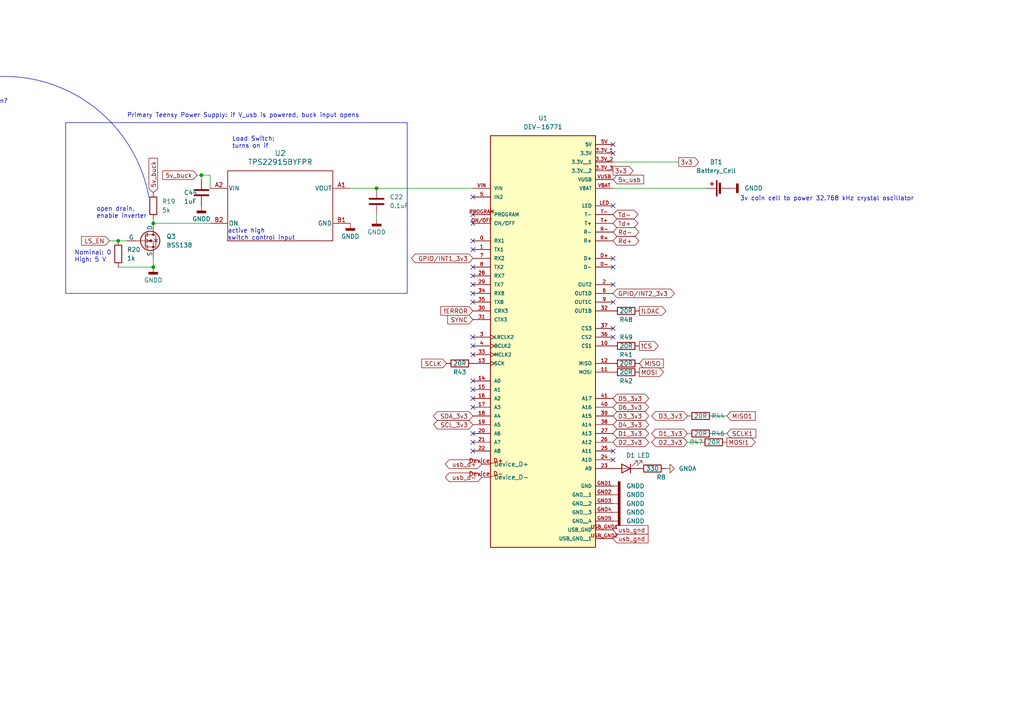
<source format=kicad_sch>
(kicad_sch (version 20230121) (generator eeschema)
  (paper "A4")
  (lib_symbols
    (symbol "21xt_symbols:DEV-16771" (pin_names (offset 1.016))
      (property "Reference" "U1" (at 0 55.88 0))
      (property "Value" "DEV-16771" (at 0 53.34 0))
      (symbol "DEV-16771_0_0"
        (rectangle (start -15.24 50.8) (end 15.24 -68.58) (stroke (width 0.254)) (fill (type background)))
        (pin bidirectional line (at -20.32 20.32 0) (length 5.08) (name "RX1") (number "0"))
        (pin bidirectional line (at -20.32 17.78 0) (length 5.08) (name "TX1") (number "1"))
        (pin bidirectional line (at 20.32 -10.16 180) (length 5.08) (name "CS1") (number "10"))
        (pin bidirectional line (at 20.32 -17.78 180) (length 5.08) (name "MOSI") (number "11"))
        (pin bidirectional line (at 20.32 -15.24 180) (length 5.08) (name "MISO") (number "12"))
        (pin bidirectional clock (at -20.32 -15.24 0) (length 5.08) (name "SCK") (number "13"))
        (pin bidirectional line (at -20.32 -20.32 0) (length 5.08) (name "A0") (number "14"))
        (pin bidirectional line (at -20.32 -22.86 0) (length 5.08) (name "A1") (number "15"))
        (pin bidirectional line (at -20.32 -25.4 0) (length 5.08) (name "A2") (number "16"))
        (pin bidirectional line (at -20.32 -27.94 0) (length 5.08) (name "A3") (number "17"))
        (pin bidirectional line (at -20.32 -30.48 0) (length 5.08) (name "A4") (number "18"))
        (pin bidirectional line (at -20.32 -33.02 0) (length 5.08) (name "A5") (number "19"))
        (pin output line (at 20.32 7.62 180) (length 5.08) (name "OUT2") (number "2"))
        (pin bidirectional line (at -20.32 -35.56 0) (length 5.08) (name "A6") (number "20"))
        (pin bidirectional line (at -20.32 -38.1 0) (length 5.08) (name "A7") (number "21"))
        (pin bidirectional line (at -20.32 -40.64 0) (length 5.08) (name "A8") (number "22"))
        (pin bidirectional line (at 20.32 -45.72 180) (length 5.08) (name "A9") (number "23"))
        (pin bidirectional line (at 20.32 -43.18 180) (length 5.08) (name "A10") (number "24"))
        (pin bidirectional line (at 20.32 -40.64 180) (length 5.08) (name "A11") (number "25"))
        (pin bidirectional line (at 20.32 -38.1 180) (length 5.08) (name "A12") (number "26"))
        (pin bidirectional line (at 20.32 -35.56 180) (length 5.08) (name "A13") (number "27"))
        (pin bidirectional line (at -20.32 10.16 0) (length 5.08) (name "RX7") (number "28"))
        (pin bidirectional line (at -20.32 7.62 0) (length 5.08) (name "TX7") (number "29"))
        (pin bidirectional clock (at -20.32 -7.62 0) (length 5.08) (name "LRCLK2") (number "3"))
        (pin power_in line (at 20.32 45.72 180) (length 5.08) (name "3.3V") (number "3.3V_1"))
        (pin power_in line (at 20.32 43.18 180) (length 5.08) (name "3.3V__1") (number "3.3V_2"))
        (pin power_in line (at 20.32 40.64 180) (length 5.08) (name "3.3V__2") (number "3.3V_3"))
        (pin bidirectional line (at -20.32 0 0) (length 5.08) (name "CRX3") (number "30"))
        (pin bidirectional line (at -20.32 -2.54 0) (length 5.08) (name "CTX3") (number "31"))
        (pin output line (at 20.32 0 180) (length 5.08) (name "OUT1B") (number "32"))
        (pin bidirectional clock (at -20.32 -12.7 0) (length 5.08) (name "MCLK2") (number "33"))
        (pin bidirectional line (at -20.32 5.08 0) (length 5.08) (name "RX8") (number "34"))
        (pin bidirectional line (at -20.32 2.54 0) (length 5.08) (name "TX8") (number "35"))
        (pin bidirectional line (at 20.32 -7.62 180) (length 5.08) (name "CS2") (number "36"))
        (pin bidirectional line (at 20.32 -5.08 180) (length 5.08) (name "CS3") (number "37"))
        (pin bidirectional line (at 20.32 -33.02 180) (length 5.08) (name "A14") (number "38"))
        (pin bidirectional line (at 20.32 -30.48 180) (length 5.08) (name "A15") (number "39"))
        (pin bidirectional clock (at -20.32 -10.16 0) (length 5.08) (name "BCLK2") (number "4"))
        (pin bidirectional line (at 20.32 -27.94 180) (length 5.08) (name "A16") (number "40"))
        (pin bidirectional line (at 20.32 -25.4 180) (length 5.08) (name "A17") (number "41"))
        (pin bidirectional line (at -20.32 33.02 0) (length 5.08) (name "IN2") (number "5"))
        (pin power_in line (at 20.32 48.26 180) (length 5.08) (name "5V") (number "5V"))
        (pin output line (at 20.32 5.08 180) (length 5.08) (name "OUT1D") (number "6"))
        (pin bidirectional line (at -20.32 15.24 0) (length 5.08) (name "RX2") (number "7"))
        (pin bidirectional line (at -20.32 12.7 0) (length 5.08) (name "TX2") (number "8"))
        (pin output line (at 20.32 2.54 180) (length 5.08) (name "OUT1C") (number "9"))
        (pin bidirectional line (at 20.32 15.24 180) (length 5.08) (name "D+") (number "D+"))
        (pin bidirectional line (at 20.32 12.7 180) (length 5.08) (name "D-") (number "D-"))
        (pin power_in line (at 20.32 -50.8 180) (length 5.08) (name "GND") (number "GND1"))
        (pin power_in line (at 20.32 -53.34 180) (length 5.08) (name "GND__1") (number "GND2"))
        (pin power_in line (at 20.32 -55.88 180) (length 5.08) (name "GND__2") (number "GND3"))
        (pin power_in line (at 20.32 -58.42 180) (length 5.08) (name "GND__3") (number "GND4"))
        (pin power_in line (at 20.32 -60.96 180) (length 5.08) (name "GND__4") (number "GND5"))
        (pin bidirectional line (at 20.32 30.48 180) (length 5.08) (name "LED") (number "LED"))
        (pin bidirectional line (at -20.32 25.4 0) (length 5.08) (name "ON/OFF") (number "ON/OFF"))
        (pin bidirectional line (at -20.32 27.94 0) (length 5.08) (name "PROGRAM") (number "PROGRAM"))
        (pin bidirectional line (at 20.32 20.32 180) (length 5.08) (name "R+") (number "R+"))
        (pin bidirectional line (at 20.32 22.86 180) (length 5.08) (name "R-") (number "R-"))
        (pin bidirectional line (at 20.32 25.4 180) (length 5.08) (name "T+") (number "T+"))
        (pin bidirectional line (at 20.32 27.94 180) (length 5.08) (name "T-") (number "T-"))
        (pin power_in line (at 20.32 -63.5 180) (length 5.08) (name "USB_GND") (number "USB_GND1"))
        (pin power_in line (at 20.32 -66.04 180) (length 5.08) (name "USB_GND__1") (number "USB_GND2"))
        (pin passive line (at 20.32 35.56 180) (length 5.08) (name "VBAT") (number "VBAT"))
        (pin input line (at -20.32 35.56 0) (length 5.08) (name "VIN") (number "VIN"))
        (pin passive line (at 20.32 38.1 180) (length 5.08) (name "VUSB") (number "VUSB"))
      )
      (symbol "DEV-16771_1_1"
        (pin input line (at -17.78 -44.45 0) (length 2.54) (name "Device_D+") (number "Device_D+"))
        (pin input line (at -17.78 -48.26 0) (length 2.54) (name "Device_D-") (number "Device_D-"))
      )
    )
    (symbol "21xt_symbols:TPS22915BYFPR" (pin_names (offset 0.254))
      (property "Reference" "U" (at 0 2.54 0))
      (property "Value" "TPS22915BYFPR" (at 0 0 0))
      (symbol "TPS22915BYFPR_1_1"
        (polyline (pts (xy -15.24 -10.16) (xy 15.24 -10.16)) (stroke (width 0.2032)))
        (polyline (pts (xy -15.24 10.16) (xy -15.24 -10.16)) (stroke (width 0.2032)))
        (polyline (pts (xy 15.24 -10.16) (xy 15.24 10.16)) (stroke (width 0.2032)))
        (polyline (pts (xy 15.24 10.16) (xy -15.24 10.16)) (stroke (width 0.2032)))
        (pin power_in line (at 20.32 5.08 180) (length 5.08) (name "VOUT") (number "A1"))
        (pin power_in line (at -20.32 5.08 0) (length 5.08) (name "VIN") (number "A2"))
        (pin power_in line (at 20.32 -5.08 180) (length 5.08) (name "GND") (number "B1"))
        (pin input line (at -20.32 -5.08 0) (length 5.08) (name "ON") (number "B2"))
      )
    )
    (symbol "Device:Battery_Cell" (pin_numbers hide) (pin_names (offset 0) hide)
      (property "Reference" "BT" (at 2.54 2.54 0))
      (property "Value" "Battery_Cell" (at 2.54 0 0))
      (symbol "Battery_Cell_0_1"
        (rectangle (start -2.286 1.778) (end 2.286 1.524) (fill (type outline)))
        (rectangle (start -1.524 1.016) (end 1.524 0.508) (fill (type outline)))
        (polyline (pts (xy 0 0.762) (xy 0 0)))
        (polyline (pts (xy 0 1.778) (xy 0 2.54)))
        (polyline (pts (xy 0.762 3.048) (xy 1.778 3.048)) (stroke (width 0.254)))
        (polyline (pts (xy 1.27 3.556) (xy 1.27 2.54)) (stroke (width 0.254)))
      )
      (symbol "Battery_Cell_1_1"
        (pin passive line (at 0 5.08 270) (length 2.54) (name "+") (number "1"))
        (pin passive line (at 0 -2.54 90) (length 2.54) (name "-") (number "2"))
      )
    )
    (symbol "Device:C" (pin_numbers hide) (pin_names (offset 0.254))
      (property "Reference" "C" (at 0.635 2.54 0))
      (property "Value" "C" (at 0.635 -2.54 0))
      (symbol "C_0_1"
        (polyline (pts (xy -2.032 -0.762) (xy 2.032 -0.762)) (stroke (width 0.508)))
        (polyline (pts (xy -2.032 0.762) (xy 2.032 0.762)) (stroke (width 0.508)))
      )
      (symbol "C_1_1"
        (pin passive line (at 0 3.81 270) (length 2.794) (name "~") (number "1"))
        (pin passive line (at 0 -3.81 90) (length 2.794) (name "~") (number "2"))
      )
    )
    (symbol "Device:LED" (pin_numbers hide) (pin_names (offset 1.016) hide)
      (property "Reference" "D" (at 0 2.54 0))
      (property "Value" "LED" (at 0 -2.54 0))
      (symbol "LED_0_1"
        (polyline (pts (xy -1.27 -1.27) (xy -1.27 1.27)) (stroke (width 0.254)))
        (polyline (pts (xy -1.27 0) (xy 1.27 0)))
        (polyline (pts (xy 1.27 -1.27) (xy 1.27 1.27) (xy -1.27 0) (xy 1.27 -1.27)) (stroke (width 0.254)))
        (polyline (pts (xy -3.048 -0.762) (xy -4.572 -2.286) (xy -3.81 -2.286) (xy -4.572 -2.286) (xy -4.572 -1.524)))
        (polyline (pts (xy -1.778 -0.762) (xy -3.302 -2.286) (xy -2.54 -2.286) (xy -3.302 -2.286) (xy -3.302 -1.524)))
      )
      (symbol "LED_1_1"
        (pin passive line (at -3.81 0 0) (length 2.54) (name "K") (number "1"))
        (pin passive line (at 3.81 0 180) (length 2.54) (name "A") (number "2"))
      )
    )
    (symbol "Device:R" (pin_numbers hide) (pin_names (offset 0))
      (property "Reference" "R" (at 2.032 0 90))
      (property "Value" "R" (at 0 0 90))
      (symbol "R_0_1"
        (rectangle (start -1.016 -2.54) (end 1.016 2.54) (stroke (width 0.254)))
      )
      (symbol "R_1_1"
        (pin passive line (at 0 3.81 270) (length 1.27) (name "~") (number "1"))
        (pin passive line (at 0 -3.81 90) (length 1.27) (name "~") (number "2"))
      )
    )
    (symbol "Simulation_SPICE:NMOS" (pin_numbers hide) (pin_names (offset 0))
      (property "Reference" "Q" (at 5.08 1.27 0))
      (property "Value" "NMOS" (at 5.08 -1.27 0))
      (symbol "NMOS_0_1"
        (polyline (pts (xy 0.254 0) (xy -2.54 0)))
        (polyline (pts (xy 0.254 1.905) (xy 0.254 -1.905)) (stroke (width 0.254)))
        (polyline (pts (xy 0.762 -1.27) (xy 0.762 -2.286)) (stroke (width 0.254)))
        (polyline (pts (xy 0.762 0.508) (xy 0.762 -0.508)) (stroke (width 0.254)))
        (polyline (pts (xy 0.762 2.286) (xy 0.762 1.27)) (stroke (width 0.254)))
        (polyline (pts (xy 2.54 2.54) (xy 2.54 1.778)))
        (polyline (pts (xy 2.54 -2.54) (xy 2.54 0) (xy 0.762 0)))
        (polyline (pts (xy 0.762 -1.778) (xy 3.302 -1.778) (xy 3.302 1.778) (xy 0.762 1.778)))
        (polyline (pts (xy 1.016 0) (xy 2.032 0.381) (xy 2.032 -0.381) (xy 1.016 0)) (fill (type outline)))
        (polyline (pts (xy 2.794 0.508) (xy 2.921 0.381) (xy 3.683 0.381) (xy 3.81 0.254)))
        (polyline (pts (xy 3.302 0.381) (xy 2.921 -0.254) (xy 3.683 -0.254) (xy 3.302 0.381)))
        (circle (center 1.651 0) (radius 2.794) (stroke (width 0.254)))
        (circle (center 2.54 -1.778) (radius 0.254) (fill (type outline)))
        (circle (center 2.54 1.778) (radius 0.254) (fill (type outline)))
      )
      (symbol "NMOS_1_1"
        (pin passive line (at 2.54 5.08 270) (length 2.54) (name "D") (number "1"))
        (pin input line (at -5.08 0 0) (length 2.54) (name "G") (number "2"))
        (pin passive line (at 2.54 -5.08 90) (length 2.54) (name "S") (number "3"))
      )
    )
    (symbol "power:GNDA" (power) (pin_names (offset 0))
      (property "Value" "GNDA" (at 0 -3.81 0))
      (symbol "GNDA_0_1"
        (polyline (pts (xy 0 0) (xy 0 -1.27) (xy 1.27 -1.27) (xy 0 -2.54) (xy -1.27 -1.27) (xy 0 -1.27)))
      )
      (symbol "GNDA_1_1"
        (pin power_in line (at 0 0 270) (length 0) hide (name "GNDA") (number "1"))
      )
    )
    (symbol "power:GNDD" (power) (pin_names (offset 0))
      (property "Value" "GNDD" (at 0 -3.175 0))
      (symbol "GNDD_0_1"
        (rectangle (start -1.27 -1.524) (end 1.27 -2.032) (stroke (width 0.254)) (fill (type outline)))
        (polyline (pts (xy 0 0) (xy 0 -1.524)))
      )
      (symbol "GNDD_1_1"
        (pin power_in line (at 0 0 270) (length 0) hide (name "GNDD") (number "1"))
      )
    )
  )
  (junction (at 44.45 77.47))
  (junction (at 34.29 69.85))
  (junction (at 109.22 54.61))
  (junction (at 44.45 64.77))
  (junction (at 58.42 50.8))
  (no_connect (at 137.16 97.79))
  (no_connect (at 177.8 41.91))
  (no_connect (at 177.8 44.45))
  (no_connect (at 137.16 115.57))
  (no_connect (at 137.16 113.03))
  (no_connect (at 137.16 128.27))
  (no_connect (at 137.16 64.77))
  (no_connect (at 137.16 130.81))
  (no_connect (at 137.16 57.15))
  (no_connect (at 137.16 118.11))
  (no_connect (at 137.16 69.85))
  (no_connect (at 137.16 87.63))
  (no_connect (at 137.16 62.23))
  (no_connect (at 137.16 102.87))
  (no_connect (at 177.8 133.35))
  (no_connect (at 137.16 85.09))
  (no_connect (at 177.8 82.55))
  (no_connect (at 177.8 95.25))
  (no_connect (at 177.8 97.79))
  (no_connect (at 137.16 110.49))
  (no_connect (at 137.16 80.01))
  (no_connect (at 137.16 100.33))
  (no_connect (at 177.8 77.47))
  (no_connect (at 177.8 74.93))
  (no_connect (at 137.16 125.73))
  (no_connect (at 137.16 72.39))
  (no_connect (at 137.16 77.47))
  (no_connect (at 177.8 59.69))
  (no_connect (at 177.8 87.63))
  (no_connect (at 137.16 82.55))
  (no_connect (at 177.8 130.81))
  (wire (pts (xy 31.75 69.85) (xy 34.29 69.85)))
  (wire (pts (xy 203.2 128.27) (xy 199.39 128.27)))
  (wire (pts (xy 57.15 50.8) (xy 58.42 50.8)))
  (wire (pts (xy 34.29 69.85) (xy 36.83 69.85)))
  (wire (pts (xy 44.45 64.77) (xy 60.96 64.77)))
  (wire (pts (xy 34.29 77.47) (xy 44.45 77.47)))
  (wire (pts (xy 101.6 54.61) (xy 109.22 54.61)))
  (wire (pts (xy 109.22 54.61) (xy 137.16 54.61)))
  (wire (pts (xy 109.22 63.5) (xy 109.22 62.23)))
  (wire (pts (xy 44.45 77.47) (xy 44.45 74.93)))
  (wire (pts (xy 60.96 50.8) (xy 60.96 54.61)))
  (wire (pts (xy 177.8 46.99) (xy 196.85 46.99)))
  (wire (pts (xy 210.82 125.73) (xy 207.01 125.73)))
  (wire (pts (xy 44.45 64.77) (xy 44.45 63.5)))
  (wire (pts (xy 58.42 50.8) (xy 60.96 50.8)))
  (wire (pts (xy 210.82 120.65) (xy 207.01 120.65)))
  (wire (pts (xy 58.42 50.8) (xy 58.42 52.07)))
  (wire (pts (xy 204.47 54.61) (xy 177.8 54.61)))
  (arc (start -6.35 22.86) (mid 25.5167 29.747) (end 43.18 57.15))
  (rectangle (start 19.05 35.56) (end 118.11 85.09))
  (text "open drain, \nenable inverter" (at 27.94 63.5 0) (effects (font (size 1.27 1.27)) (justify left bottom)))
  (text "Primary Teensy Power Supply: if V_usb is powered, buck input opens" (at 36.83 34.29 0) (effects (font (size 1.27 1.27)) (justify left bottom)))
  (text "3v coin cell to power 32.768 kHz crystal oscillator" (at 214.63 58.42 0) (effects (font (size 1.27 1.27)) (justify left bottom)))
  (text "Load Switch:\nturns on if " (at 67.31 43.18 0) (effects (font (size 1.27 1.27)) (justify left bottom)))
  (text "it becomes a bit more complicated if you wanted to support the USB\nconnector on the board, in that case, you probably have to have\nthe USB power always be the source for everything when its plugged\nin or have to snip the trace in order to control that connection,\nat the very least i think you have to model the m8 connector\nand determine which of that connector and the big bulkhead are dominant\nand possible just ignore the usb, but maximally, this would require two\nload switches and possibly snipping the connection, but i think we can\nget around that by just asuming the usb connector is only for off board\ncases and the primary modality of programming this guy is through the\nm8 connector" (at -74.93 127 0) (effects (font (size 1.27 1.27)) (justify left bottom)))
  (text "Nominal: 0\nHigh: 5 V" (at 21.59 76.2 0) (effects (font (size 1.27 1.27)) (justify left bottom)))
  (text "shouldnt the buck converter have precedent over the usb power\nfor example: if the usb is higher voltage than buck, then\nthe signals will exceed the threshold for levels on the usb,\nif the buck converter is higher though, then the signalling \non the usb side may not reach high enough. also, we want no\ninterruption when you plug in and need to switch tho id if \nthat is significant" (at -71.12 21.59 0) (effects (font (size 1.27 1.27)) (justify left bottom)))
  (text "actually is this intended for the usb connector\non the teensy? because if it is, then the usb\ncannot back power the board and blow up your \nbuck converter if you leave the shottky i told\nyou to remove, but even then, the buck converter\ncan blow up the USB line or just overvolt it\nbecause the usb does not get disconnected" (at -80.01 72.39 0) (effects (font (size 1.27 1.27)) (justify left bottom)))
  (text "active high \nswitch control input" (at 66.04 69.85 0) (effects (font (size 1.27 1.27)) (justify left bottom)))
  (text "also you need to add the 4 pin m8 connector\nfor getting the usb power to the teensy,\nthough I suppose this functions for powering the teensy\nvia the usb connector on the teensy board" (at -69.85 50.8 0) (effects (font (size 1.27 1.27)) (justify left bottom)))
  (text "i think i am impartial to the case where we are connecting\nto the teensy via the microusb on the board but\nif you wanted to have a proper load switch for the\nm8 connector that you are exposing, then i think you would need\nthe load switch on that line: ie if the ls_en pin is activated\nthen turn off the m8 power,\n" (at -78.74 97.79 0) (effects (font (size 1.27 1.27)) (justify left bottom)))
  (text "i dont think these are the right connections for the usb grounding" (at 317.5 54.61 0) (effects (font (size 1.27 1.27)) (justify left bottom)))
  (text "also if we have no power on the car, but have power on usb, will this turn on?\nit seems to me that if the connector is plugged in then\nls_en is grounded so the gate opens, but there is no power " (at -76.2 34.29 0) (effects (font (size 1.27 1.27)) (justify left bottom)))
  (global_label "5v_buck" (shape input) (at 44.45 55.88 90) (property "Intersheetrefs" "${INTERSHEET_REFS}" (effects hide)))
  (global_label "D4_3v3" (shape bidirectional) (at 177.8 123.19 0) (property "Intersheetrefs" "${INTERSHEET_REFS}" (effects hide)))
  (global_label "D2_3v3" (shape bidirectional) (at 199.39 128.27 180) (property "Intersheetrefs" "${INTERSHEET_REFS}" (effects hide)))
  (global_label "MISO" (shape input) (at 185.42 105.41 0) (property "Intersheetrefs" "${INTERSHEET_REFS}" (effects hide)))
  (global_label "SDA_3v3" (shape bidirectional) (at 137.16 120.65 180) (property "Intersheetrefs" "${INTERSHEET_REFS}" (effects hide)))
  (global_label "MOSI" (shape output) (at 185.42 107.95 0) (property "Intersheetrefs" "${INTERSHEET_REFS}" (effects hide)))
  (global_label "!CS" (shape output) (at 185.42 100.33 0) (property "Intersheetrefs" "${INTERSHEET_REFS}" (effects hide)))
  (global_label "Td+" (shape bidirectional) (at 177.8 64.77 0) (property "Intersheetrefs" "${INTERSHEET_REFS}" (effects hide)))
  (global_label "5v_buck" (shape input) (at 57.15 50.8 180) (property "Intersheetrefs" "${INTERSHEET_REFS}" (effects hide)))
  (global_label "D1_3v3" (shape bidirectional) (at 199.39 125.73 180) (property "Intersheetrefs" "${INTERSHEET_REFS}" (effects hide)))
  (global_label "usb_gnd" (shape input) (at 177.8 153.67 0) (property "Intersheetrefs" "${INTERSHEET_REFS}" (effects hide)))
  (global_label "D3_3v3" (shape bidirectional) (at 199.39 120.65 180) (property "Intersheetrefs" "${INTERSHEET_REFS}" (effects hide)))
  (global_label "!LDAC" (shape output) (at 185.42 90.17 0) (property "Intersheetrefs" "${INTERSHEET_REFS}" (effects hide)))
  (global_label "SCLK" (shape input) (at 129.54 105.41 180) (property "Intersheetrefs" "${INTERSHEET_REFS}" (effects hide)))
  (global_label "SCL_3v3" (shape bidirectional) (at 137.16 123.19 180) (property "Intersheetrefs" "${INTERSHEET_REFS}" (effects hide)))
  (global_label "5v_usb" (shape input) (at 177.8 52.07 0) (property "Intersheetrefs" "${INTERSHEET_REFS}" (effects hide)))
  (global_label "3v3" (shape output) (at 177.8 49.53 0) (property "Intersheetrefs" "${INTERSHEET_REFS}" (effects hide)))
  (global_label "usb_gnd" (shape input) (at 177.8 156.21 0) (property "Intersheetrefs" "${INTERSHEET_REFS}" (effects hide)))
  (global_label "D3_3v3" (shape bidirectional) (at 177.8 120.65 0) (property "Intersheetrefs" "${INTERSHEET_REFS}" (effects hide)))
  (global_label "!ERROR" (shape input) (at 137.16 90.17 180) (property "Intersheetrefs" "${INTERSHEET_REFS}" (effects hide)))
  (global_label "usb_d-" (shape bidirectional) (at 139.7 138.43 180) (property "Intersheetrefs" "${INTERSHEET_REFS}" (effects hide)))
  (global_label "D6_3v3" (shape bidirectional) (at 177.8 118.11 0) (property "Intersheetrefs" "${INTERSHEET_REFS}" (effects hide)))
  (global_label "Td-" (shape bidirectional) (at 177.8 62.23 0) (property "Intersheetrefs" "${INTERSHEET_REFS}" (effects hide)))
  (global_label "GPIO{slash}INT2_3v3" (shape bidirectional) (at 177.8 85.09 0) (property "Intersheetrefs" "${INTERSHEET_REFS}" (effects hide)))
  (global_label "Rd+" (shape bidirectional) (at 177.8 69.85 0) (property "Intersheetrefs" "${INTERSHEET_REFS}" (effects hide)))
  (global_label "3v3" (shape output) (at 196.85 46.99 0) (property "Intersheetrefs" "${INTERSHEET_REFS}" (effects hide)))
  (global_label "SYNC" (shape input) (at 137.16 92.71 180) (property "Intersheetrefs" "${INTERSHEET_REFS}" (effects hide)))
  (global_label "MOSI1" (shape output) (at 210.82 128.27 0) (property "Intersheetrefs" "${INTERSHEET_REFS}" (effects hide)))
  (global_label "Rd-" (shape bidirectional) (at 177.8 67.31 0) (property "Intersheetrefs" "${INTERSHEET_REFS}" (effects hide)))
  (global_label "SCLK1" (shape input) (at 210.82 125.73 0) (property "Intersheetrefs" "${INTERSHEET_REFS}" (effects hide)))
  (global_label "D2_3v3" (shape bidirectional) (at 177.8 128.27 0) (property "Intersheetrefs" "${INTERSHEET_REFS}" (effects hide)))
  (global_label "D1_3v3" (shape bidirectional) (at 177.8 125.73 0) (property "Intersheetrefs" "${INTERSHEET_REFS}" (effects hide)))
  (global_label "usb_d+" (shape bidirectional) (at 139.7 134.62 180) (property "Intersheetrefs" "${INTERSHEET_REFS}" (effects hide)))
  (global_label "LS_EN" (shape input) (at 31.75 69.85 180) (property "Intersheetrefs" "${INTERSHEET_REFS}" (effects hide)))
  (global_label "D5_3v3" (shape bidirectional) (at 177.8 115.57 0) (property "Intersheetrefs" "${INTERSHEET_REFS}" (effects hide)))
  (global_label "MISO1" (shape input) (at 210.82 120.65 0) (property "Intersheetrefs" "${INTERSHEET_REFS}" (effects hide)))
  (global_label "GPIO{slash}INT1_3v3" (shape bidirectional) (at 137.16 74.93 180) (property "Intersheetrefs" "${INTERSHEET_REFS}" (effects hide)))
  (symbol (lib_id "power:GNDD") (at 177.8 151.13 90) (unit 1)
    (property "Reference" "#PWR014" (effects hide))
    (property "Value" "GNDD" (at 181.61 151.13 90) (effects (justify right)))
  )
  (symbol (lib_id "power:GNDD") (at 58.42 59.69 0) (unit 1)
    (property "Reference" "#PWR070" (effects hide))
    (property "Value" "GNDD" (at 58.42 63.5 0))
  )
  (symbol (lib_id "Device:R") (at 181.61 90.17 270) (mirror x) (unit 1)
    (property "Reference" "R48" (at 181.61 92.71 90))
    (property "Value" "20R" (at 181.61 90.17 90))
    (property "Footprint" "Resistor_SMD:R_0402_1005Metric" (effects hide))
  )
  (symbol (lib_id "Simulation_SPICE:NMOS") (at 41.91 69.85 0) (unit 1)
    (property "Reference" "Q3" (at 48.26 68.58 0) (effects (justify left)))
    (property "Value" "BSS138" (at 48.26 71.12 0) (effects (justify left)))
    (property "Footprint" "Package_TO_SOT_SMD:SOT-23-3" (effects hide))
    (property "Datasheet" "https://ngspice.sourceforge.io/docs/ngspice-manual.pdf" (effects hide))
    (property "Sim.Device" "NMOS" (effects hide))
    (property "Sim.Type" "VDMOS" (effects hide))
    (property "Sim.Pins" "1=D 2=G 3=S" (effects hide))
  )
  (symbol (lib_id "power:GNDA") (at 193.04 135.89 90) (unit 1)
    (property "Reference" "#PWR029" (effects hide))
    (property "Value" "GNDA" (at 196.85 135.89 90) (effects (justify right)))
  )
  (symbol (lib_id "Device:R") (at 44.45 59.69 0) (unit 1)
    (property "Reference" "R19" (at 46.99 58.42 0) (effects (justify left)))
    (property "Value" "5k" (at 46.99 60.96 0) (effects (justify left)))
    (property "Footprint" "Resistor_SMD:R_0402_1005Metric" (effects hide))
  )
  (symbol (lib_id "power:GNDD") (at 177.8 148.59 90) (unit 1)
    (property "Reference" "#PWR092" (effects hide))
    (property "Value" "GNDD" (at 181.61 148.59 90) (effects (justify right)))
  )
  (symbol (lib_id "Device:R") (at 34.29 73.66 0) (unit 1)
    (property "Reference" "R20" (at 36.83 72.39 0) (effects (justify left)))
    (property "Value" "1k" (at 36.83 74.93 0) (effects (justify left)))
    (property "Footprint" "Resistor_SMD:R_0402_1005Metric" (effects hide))
  )
  (symbol (lib_id "power:GNDD") (at 177.8 143.51 90) (unit 1)
    (property "Reference" "#PWR094" (effects hide))
    (property "Value" "GNDD" (at 181.61 143.51 90) (effects (justify right)))
  )
  (symbol (lib_id "Device:R") (at 203.2 120.65 90) (unit 1)
    (property "Reference" "R44" (at 208.28 120.65 90))
    (property "Value" "20R" (at 203.2 120.65 90))
    (property "Footprint" "Resistor_SMD:R_0402_1005Metric" (effects hide))
  )
  (symbol (lib_id "power:GNDD") (at 109.22 63.5 0) (unit 1)
    (property "Reference" "#PWR013" (effects hide))
    (property "Value" "GNDD" (at 109.22 67.31 0))
  )
  (symbol (lib_id "Device:R") (at 181.61 100.33 90) (unit 1)
    (property "Reference" "R49" (at 181.61 97.79 90))
    (property "Value" "20R" (at 181.61 100.33 90))
    (property "Footprint" "Resistor_SMD:R_0402_1005Metric" (effects hide))
  )
  (symbol (lib_id "Device:R") (at 207.01 128.27 90) (unit 1)
    (property "Reference" "R47" (at 201.93 128.27 90))
    (property "Value" "20R" (at 207.01 128.27 90))
    (property "Footprint" "Resistor_SMD:R_0402_1005Metric" (effects hide))
  )
  (symbol (lib_id "Device:R") (at 189.23 135.89 90) (unit 1)
    (property "Reference" "R8" (at 191.77 138.43 90))
    (property "Value" "330" (at 189.23 135.89 90))
    (property "Footprint" "Resistor_SMD:R_0402_1005Metric" (effects hide))
  )
  (symbol (lib_id "21xt_symbols:DEV-16771") (at 157.48 90.17 0) (unit 1)
    (property "Reference" "U1" (at 157.48 34.29 0))
    (property "Value" "DEV-16771" (at 157.48 36.83 0))
    (property "Footprint" "21xt_footprints:MODULE_DEV-16771" (effects hide))
    (property "PARTREV" "4.1" (effects hide))
    (property "MANUFACTURER" "SparkFun Electronics" (effects hide))
    (property "MAXIMUM_PACKAGE_HEIGHT" "4.07mm" (effects hide))
    (property "STANDARD" "Manufacturer recommendations" (effects hide))
  )
  (symbol (lib_id "power:GNDD") (at 212.09 54.61 90) (unit 1)
    (property "Reference" "#PWR039" (effects hide))
    (property "Value" "GNDD" (at 215.9 54.61 90) (effects (justify right)))
  )
  (symbol (lib_id "Device:C") (at 109.22 58.42 180) (unit 1)
    (property "Reference" "C22" (at 113.03 57.15 0) (effects (justify right)))
    (property "Value" "0.1uF" (at 113.03 59.69 0) (effects (justify right)))
    (property "Footprint" "Capacitor_SMD:C_0402_1005Metric" (effects hide))
  )
  (symbol (lib_id "Device:R") (at 181.61 107.95 90) (unit 1)
    (property "Reference" "R42" (at 181.61 110.49 90))
    (property "Value" "20R" (at 181.61 107.95 90))
    (property "Footprint" "Resistor_SMD:R_0402_1005Metric" (effects hide))
  )
  (symbol (lib_id "power:GNDD") (at 177.8 140.97 90) (unit 1)
    (property "Reference" "#PWR095" (effects hide))
    (property "Value" "GNDD" (at 181.61 140.97 90) (effects (justify right)))
  )
  (symbol (lib_id "Device:C") (at 58.42 55.88 180) (unit 1)
    (property "Reference" "C44" (at 53.34 55.88 0) (effects (justify right)))
    (property "Value" "1uF" (at 53.34 58.42 0) (effects (justify right)))
    (property "Footprint" "Capacitor_SMD:C_0402_1005Metric" (effects hide))
  )
  (symbol (lib_id "Device:LED") (at 181.61 135.89 180) (unit 1)
    (property "Reference" "D1" (at 182.88 132.08 0))
    (property "Value" "LED" (at 186.69 132.08 0))
    (property "Footprint" "Diode_SMD:D_0603_1608Metric" (effects hide))
  )
  (symbol (lib_id "power:GNDD") (at 101.6 64.77 0) (unit 1)
    (property "Reference" "#PWR067" (effects hide))
    (property "Value" "GNDD" (at 101.6 68.58 0))
  )
  (symbol (lib_id "power:GNDD") (at 177.8 146.05 90) (unit 1)
    (property "Reference" "#PWR093" (effects hide))
    (property "Value" "GNDD" (at 181.61 146.05 90) (effects (justify right)))
  )
  (symbol (lib_id "Device:Battery_Cell") (at 209.55 54.61 90) (unit 1)
    (property "Reference" "BT1" (at 207.7085 46.99 90))
    (property "Value" "Battery_Cell" (at 207.7085 49.53 90))
    (property "Footprint" "21xt_footprints:1220 holder" (effects hide))
  )
  (symbol (lib_id "Device:R") (at 133.35 105.41 90) (unit 1)
    (property "Reference" "R43" (at 133.35 107.95 90))
    (property "Value" "20R" (at 133.35 105.41 90))
    (property "Footprint" "Resistor_SMD:R_0402_1005Metric" (effects hide))
  )
  (symbol (lib_id "power:GNDD") (at 44.45 77.47 0) (unit 1)
    (property "Reference" "#PWR069" (effects hide))
    (property "Value" "GNDD" (at 44.45 81.28 0))
  )
  (symbol (lib_id "21xt_symbols:TPS22915BYFPR") (at 81.28 59.69 0) (unit 1)
    (property "Reference" "U2" (at 81.28 44.45 0) (effects (font (size 1.524 1.524))))
    (property "Value" "TPS22915BYFPR" (at 81.28 46.99 0) (effects (font (size 1.524 1.524))))
    (property "Footprint" "21xt_footprints:YFP0004AAAA" (effects hide))
    (property "Datasheet" "TPS22915BYFPR" (effects hide))
  )
  (symbol (lib_id "Device:R") (at 181.61 105.41 90) (unit 1)
    (property "Reference" "R41" (at 181.61 102.87 90))
    (property "Value" "20R" (at 181.61 105.41 90))
    (property "Footprint" "Resistor_SMD:R_0402_1005Metric" (effects hide))
  )
  (symbol (lib_id "Device:R") (at 203.2 125.73 90) (unit 1)
    (property "Reference" "R46" (at 208.28 125.73 90))
    (property "Value" "20R" (at 203.2 125.73 90))
    (property "Footprint" "Resistor_SMD:R_0402_1005Metric" (effects hide))
  )
)
</source>
